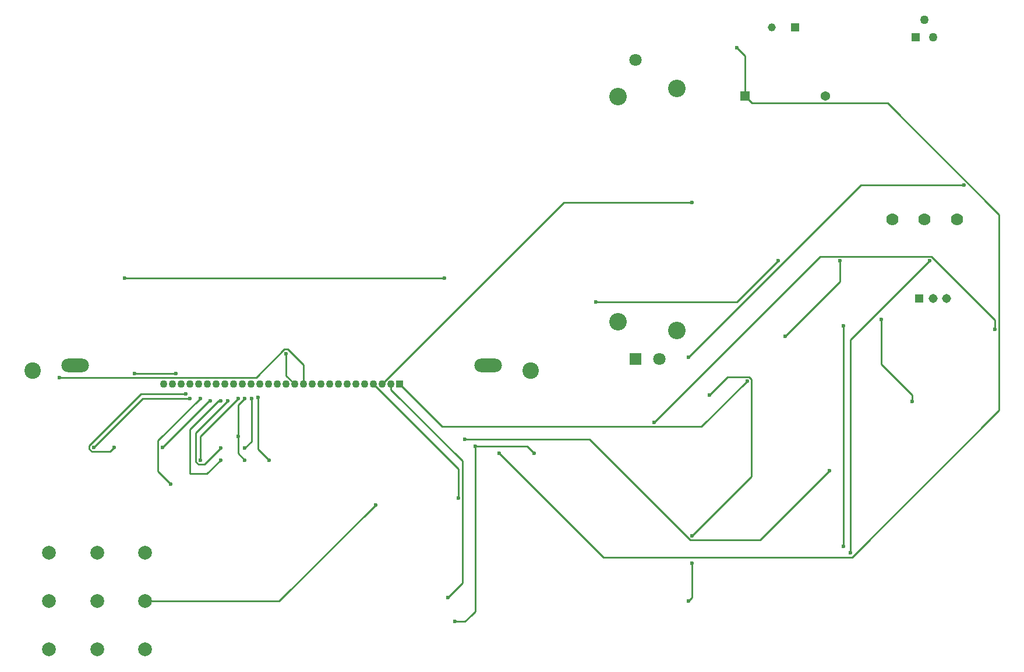
<source format=gbl>
%TF.GenerationSoftware,KiCad,Pcbnew,9.0.0*%
%TF.CreationDate,2025-04-13T23:06:23-05:00*%
%TF.ProjectId,temperature_sensor,74656d70-6572-4617-9475-72655f73656e,rev?*%
%TF.SameCoordinates,Original*%
%TF.FileFunction,Copper,L2,Bot*%
%TF.FilePolarity,Positive*%
%FSLAX46Y46*%
G04 Gerber Fmt 4.6, Leading zero omitted, Abs format (unit mm)*
G04 Created by KiCad (PCBNEW 9.0.0) date 2025-04-13 23:06:23*
%MOMM*%
%LPD*%
G01*
G04 APERTURE LIST*
%TA.AperFunction,ComponentPad*%
%ADD10C,2.400000*%
%TD*%
%TA.AperFunction,ComponentPad*%
%ADD11O,4.000000X2.000000*%
%TD*%
%TA.AperFunction,ComponentPad*%
%ADD12C,1.100000*%
%TD*%
%TA.AperFunction,ComponentPad*%
%ADD13R,1.100000X1.100000*%
%TD*%
%TA.AperFunction,ComponentPad*%
%ADD14C,2.000000*%
%TD*%
%TA.AperFunction,ComponentPad*%
%ADD15C,1.778000*%
%TD*%
%TA.AperFunction,ComponentPad*%
%ADD16R,1.800000X1.800000*%
%TD*%
%TA.AperFunction,ComponentPad*%
%ADD17C,1.800000*%
%TD*%
%TA.AperFunction,ComponentPad*%
%ADD18C,2.550000*%
%TD*%
%TA.AperFunction,ComponentPad*%
%ADD19R,1.371600X1.371600*%
%TD*%
%TA.AperFunction,ComponentPad*%
%ADD20C,1.371600*%
%TD*%
%TA.AperFunction,ComponentPad*%
%ADD21R,1.308000X1.308000*%
%TD*%
%TA.AperFunction,ComponentPad*%
%ADD22C,1.308000*%
%TD*%
%TA.AperFunction,ComponentPad*%
%ADD23R,1.158000X1.158000*%
%TD*%
%TA.AperFunction,ComponentPad*%
%ADD24C,1.158000*%
%TD*%
%TA.AperFunction,ComponentPad*%
%ADD25R,1.270000X1.270000*%
%TD*%
%TA.AperFunction,ComponentPad*%
%ADD26C,1.270000*%
%TD*%
%TA.AperFunction,ViaPad*%
%ADD27C,0.600000*%
%TD*%
%TA.AperFunction,Conductor*%
%ADD28C,0.250000*%
%TD*%
G04 APERTURE END LIST*
D10*
%TO.P,DS1,S2*%
%TO.N,N/C*%
X119048300Y-78497000D03*
%TO.P,DS1,S1*%
X46648300Y-78497000D03*
D11*
%TO.P,DS1,K,K*%
%TO.N,Net-(U1-COLLECTOR)*%
X112848300Y-77707000D03*
%TO.P,DS1,A,A*%
%TO.N,Net-(DS1-C86)*%
X52848300Y-77707000D03*
D12*
%TO.P,DS1,28,P/S*%
%TO.N,GND*%
X65703300Y-80447000D03*
%TO.P,DS1,27,C86*%
%TO.N,Net-(DS1-C86)*%
X66973300Y-80447000D03*
%TO.P,DS1,26,V0*%
%TO.N,Net-(DS1-V0)*%
X68243300Y-80447000D03*
%TO.P,DS1,25,V1*%
%TO.N,Net-(DS1-V1)*%
X69513300Y-80447000D03*
%TO.P,DS1,24,V2*%
%TO.N,Net-(DS1-V2)*%
X70783300Y-80447000D03*
%TO.P,DS1,23,V3*%
%TO.N,Net-(DS1-V3)*%
X72053300Y-80447000D03*
%TO.P,DS1,22,V4*%
%TO.N,Net-(DS1-V4)*%
X73323300Y-80447000D03*
%TO.P,DS1,21,CAP2N*%
%TO.N,Net-(DS1-CAP2N)*%
X74593300Y-80447000D03*
%TO.P,DS1,20,CAP2P*%
%TO.N,Net-(DS1-CAP2P)*%
X75863300Y-80447000D03*
%TO.P,DS1,19,CAP1P*%
%TO.N,Net-(DS1-CAP1P)*%
X77133300Y-80447000D03*
%TO.P,DS1,18,CAP1N*%
%TO.N,Net-(DS1-CAP1N)*%
X78403300Y-80447000D03*
%TO.P,DS1,17,CAP3P*%
%TO.N,Net-(DS1-CAP3P)*%
X79673300Y-80447000D03*
%TO.P,DS1,16,VOUT*%
%TO.N,Net-(DS1-VOUT)*%
X80943300Y-80447000D03*
%TO.P,DS1,15,VSS*%
%TO.N,GND*%
X82213300Y-80447000D03*
%TO.P,DS1,14,VDD*%
%TO.N,Net-(DS1-C86)*%
X83483300Y-80447000D03*
%TO.P,DS1,13,DB7*%
%TO.N,Net-(DS1-DB7)*%
X84753300Y-80447000D03*
%TO.P,DS1,12,DB6*%
%TO.N,Net-(DS1-DB6)*%
X86023300Y-80447000D03*
%TO.P,DS1,11,DB5*%
%TO.N,unconnected-(DS1-DB5-Pad11)*%
X87293300Y-80447000D03*
%TO.P,DS1,10,DB4*%
%TO.N,unconnected-(DS1-DB4-Pad10)*%
X88563300Y-80447000D03*
%TO.P,DS1,9,DB3*%
%TO.N,unconnected-(DS1-DB3-Pad9)*%
X89833300Y-80447000D03*
%TO.P,DS1,8,DB2*%
%TO.N,unconnected-(DS1-DB2-Pad8)*%
X91103300Y-80447000D03*
%TO.P,DS1,7,DB1*%
%TO.N,unconnected-(DS1-DB1-Pad7)*%
X92373300Y-80447000D03*
%TO.P,DS1,6,DB0*%
%TO.N,unconnected-(DS1-DB0-Pad6)*%
X93643300Y-80447000D03*
%TO.P,DS1,5,~{RD}/E*%
%TO.N,Net-(DS1-C86)*%
X94913300Y-80447000D03*
%TO.P,DS1,4,~{WR}/R/W*%
%TO.N,Net-(DS1-~{WR}{slash}R{slash}W)*%
X96183300Y-80447000D03*
%TO.P,DS1,3,A0*%
%TO.N,Net-(DS1-A0)*%
X97453300Y-80447000D03*
%TO.P,DS1,2,~{RES}*%
%TO.N,Net-(DS1-~{RES})*%
X98723300Y-80447000D03*
D13*
%TO.P,DS1,1,~{CS1}*%
%TO.N,Net-(DS1-~{CS1})*%
X99993300Y-80447000D03*
%TD*%
D14*
%TO.P,TP7,1,1*%
%TO.N,Net-(DS1-DB7)*%
X49000000Y-119000000D03*
%TD*%
%TO.P,TP6,1,1*%
%TO.N,Net-(DS1-DB6)*%
X56000000Y-119000000D03*
%TD*%
%TO.P,TP2,1,1*%
%TO.N,/bc2*%
X63000000Y-119000000D03*
%TD*%
%TO.P,TP5,1,1*%
%TO.N,Net-(U1-COLLECTOR)*%
X63000000Y-112000000D03*
%TD*%
%TO.P,TP4,1,1*%
%TO.N,Net-(U1-BASE)*%
X56000000Y-112000000D03*
%TD*%
D15*
%TO.P,SW1,1,1*%
%TO.N,/bc1*%
X171599999Y-56500000D03*
%TO.P,SW1,2,2*%
%TO.N,Net-(U3-PA5_A9_D9_MISO)*%
X176300000Y-56500000D03*
%TO.P,SW1,3,3*%
%TO.N,/bc2*%
X181000000Y-56500000D03*
%TD*%
D14*
%TO.P,TP3,1,1*%
%TO.N,/bc1*%
X63000000Y-105000000D03*
%TD*%
%TO.P,TP9,1,1*%
%TO.N,Net-(DS1-C86)*%
X49000000Y-105000000D03*
%TD*%
%TO.P,TP1,1,1*%
%TO.N,GND*%
X49000000Y-112000000D03*
%TD*%
D16*
%TO.P,R1,1*%
%TO.N,GND*%
X134250000Y-76750000D03*
D17*
%TO.P,R1,2*%
%TO.N,/bc2*%
X137750000Y-76750000D03*
%TO.P,R1,3*%
%TO.N,Net-(DS1-C86)*%
X134250000Y-33250000D03*
D18*
%TO.P,R1,SH1,SHIELD*%
%TO.N,GND*%
X131750000Y-71400000D03*
%TO.P,R1,SH2,SHIELD__1*%
X140250000Y-72600000D03*
%TO.P,R1,SH3,SHIELD__2*%
X131750000Y-38600000D03*
%TO.P,R1,SH4,SHIELD__3*%
X140250000Y-37400000D03*
%TD*%
D19*
%TO.P,R3,1*%
%TO.N,/bc1*%
X150158000Y-38500000D03*
D20*
%TO.P,R3,2*%
%TO.N,GND*%
X161842000Y-38500000D03*
%TD*%
D14*
%TO.P,TP8,1,1*%
%TO.N,Net-(U3-PA7_A8_D8_SCK)*%
X56000000Y-105000000D03*
%TD*%
D21*
%TO.P,S1,1,1*%
%TO.N,Net-(DS1-C86)*%
X175500000Y-68000000D03*
D22*
%TO.P,S1,2,2*%
%TO.N,Net-(U3-PA7_A8_D8_SCK)*%
X177500000Y-68000000D03*
%TO.P,S1,3,3*%
%TO.N,GND*%
X179500000Y-68000000D03*
%TD*%
D23*
%TO.P,R2,1*%
%TO.N,Net-(DS1-C86)*%
X157500000Y-28500000D03*
D24*
%TO.P,R2,2*%
%TO.N,/bc1*%
X154100000Y-28500000D03*
%TD*%
D25*
%TO.P,U5,1,+VS*%
%TO.N,Net-(DS1-C86)*%
X175000000Y-30000000D03*
D26*
%TO.P,U5,2,VOUT*%
%TO.N,Net-(U3-PA4_A1_D1)*%
X176270000Y-27460000D03*
%TO.P,U5,3,GND*%
%TO.N,GND*%
X177540000Y-30000000D03*
%TD*%
D27*
%TO.N,Net-(U1-BASE)*%
X119500000Y-90500000D03*
%TO.N,Net-(DS1-V0)*%
X61500000Y-78875000D03*
X67500000Y-78875000D03*
%TO.N,Net-(DS1-V1)*%
X58500000Y-89637500D03*
X68934313Y-81875000D03*
%TO.N,Net-(DS1-V2)*%
X69500000Y-82500000D03*
X55500000Y-89637500D03*
%TO.N,Net-(DS1-V3)*%
X66725000Y-95000000D03*
X71000000Y-82500000D03*
%TO.N,Net-(DS1-V4)*%
X65500000Y-89637500D03*
X72500000Y-82875000D03*
%TO.N,Net-(DS1-CAP2N)*%
X74000000Y-91500000D03*
X74000000Y-82875000D03*
%TO.N,Net-(DS1-CAP2P)*%
X74000000Y-89775000D03*
X75000000Y-82875000D03*
%TO.N,Net-(DS1-CAP1P)*%
X71000000Y-91500000D03*
X76500000Y-82500000D03*
%TO.N,Net-(DS1-CAP1N)*%
X76500000Y-88000000D03*
X77500000Y-91500000D03*
X77500000Y-82500000D03*
%TO.N,Net-(DS1-CAP3P)*%
X78500000Y-82500000D03*
X77500000Y-89775000D03*
%TO.N,Net-(DS1-VOUT)*%
X81000000Y-91500000D03*
X79388208Y-82388208D03*
%TO.N,Net-(DS1-A0)*%
X142500000Y-54000000D03*
X164000000Y-62500000D03*
X156000000Y-73500000D03*
%TO.N,Net-(DS1-~{RES})*%
X107000000Y-111500000D03*
%TO.N,Net-(DS1-DB7)*%
X162500000Y-93000000D03*
X109500000Y-88500000D03*
%TO.N,Net-(DS1-DB6)*%
X174500000Y-83000000D03*
X170000000Y-71000000D03*
X155000000Y-62500000D03*
X128500000Y-68500000D03*
X50500000Y-79500000D03*
%TO.N,Net-(DS1-DB7)*%
X83500000Y-76000000D03*
%TO.N,/bc2*%
X145000000Y-82000000D03*
X142500000Y-106500000D03*
X142000000Y-112000000D03*
X142500000Y-102500000D03*
%TO.N,Net-(U1-COLLECTOR)*%
X96500000Y-98000000D03*
%TO.N,Net-(U1-BASE)*%
X108000000Y-115000000D03*
X111000000Y-89500000D03*
%TO.N,/bc1*%
X114500000Y-90500000D03*
%TO.N,/bc2*%
X142000000Y-76500000D03*
X182000000Y-51500000D03*
%TO.N,Net-(DS1-~{CS1})*%
X150500000Y-80000000D03*
%TO.N,Net-(U3-PA02_A0_D0)*%
X137000000Y-86000000D03*
X186500000Y-72500000D03*
%TO.N,Net-(U3-PA7_A8_D8_SCK)*%
X164500000Y-104000000D03*
X164500000Y-71975000D03*
%TO.N,Net-(DS1-~{WR}{slash}R{slash}W)*%
X108500000Y-97000000D03*
%TO.N,Net-(U3-PA5_A9_D9_MISO)*%
X177000000Y-62500000D03*
X165500000Y-105000000D03*
%TO.N,/bc1*%
X149000000Y-31500000D03*
%TO.N,*%
X106500000Y-65000000D03*
X60000000Y-65000000D03*
%TD*%
D28*
%TO.N,Net-(U1-BASE)*%
X118500000Y-89500000D02*
X111000000Y-89500000D01*
X119500000Y-90500000D02*
X118500000Y-89500000D01*
%TO.N,Net-(DS1-V0)*%
X67500000Y-78875000D02*
X61500000Y-78875000D01*
%TO.N,Net-(DS1-V1)*%
X57874000Y-90263500D02*
X58500000Y-89637500D01*
X55240702Y-90263500D02*
X57874000Y-90263500D01*
X54874000Y-89896798D02*
X55240702Y-90263500D01*
X54874000Y-89378202D02*
X54874000Y-89896798D01*
X62377202Y-81875000D02*
X54874000Y-89378202D01*
X68934313Y-81875000D02*
X62377202Y-81875000D01*
%TO.N,Net-(DS1-V2)*%
X62637500Y-82500000D02*
X55500000Y-89637500D01*
X69500000Y-82500000D02*
X62637500Y-82500000D01*
%TO.N,Net-(DS1-V3)*%
X64874000Y-88626000D02*
X64874000Y-93149000D01*
X71000000Y-82500000D02*
X64874000Y-88626000D01*
X64874000Y-93149000D02*
X66725000Y-95000000D01*
%TO.N,Net-(DS1-V4)*%
X72262500Y-82875000D02*
X65500000Y-89637500D01*
X72500000Y-82875000D02*
X72262500Y-82875000D01*
%TO.N,Net-(DS1-CAP2N)*%
X69500000Y-93500000D02*
X72000000Y-93500000D01*
X69500000Y-87000000D02*
X69500000Y-93500000D01*
X72000000Y-93500000D02*
X74000000Y-91500000D01*
X73625000Y-82875000D02*
X69500000Y-87000000D01*
X74000000Y-82875000D02*
X73625000Y-82875000D01*
%TO.N,Net-(DS1-CAP2P)*%
X71649000Y-92126000D02*
X74000000Y-89775000D01*
X70740702Y-92126000D02*
X71649000Y-92126000D01*
X70374000Y-87501000D02*
X70374000Y-91759298D01*
X70374000Y-91759298D02*
X70740702Y-92126000D01*
X75000000Y-82875000D02*
X70374000Y-87501000D01*
%TO.N,Net-(DS1-CAP1P)*%
X71000000Y-88000000D02*
X71000000Y-91500000D01*
X76500000Y-82500000D02*
X71000000Y-88000000D01*
%TO.N,Net-(DS1-CAP1N)*%
X76500000Y-88000000D02*
X76500000Y-90500000D01*
X76500000Y-90500000D02*
X77500000Y-91500000D01*
X76500000Y-83500000D02*
X76500000Y-88000000D01*
X77500000Y-82500000D02*
X76500000Y-83500000D01*
%TO.N,Net-(DS1-CAP3P)*%
X78500000Y-82500000D02*
X78500000Y-88775000D01*
X78500000Y-88775000D02*
X77500000Y-89775000D01*
%TO.N,Net-(DS1-VOUT)*%
X79388208Y-82388208D02*
X79388208Y-89888208D01*
X79388208Y-89888208D02*
X81000000Y-91500000D01*
%TO.N,Net-(DS1-A0)*%
X142500000Y-54000000D02*
X123900300Y-54000000D01*
X164000000Y-65500000D02*
X164000000Y-62500000D01*
X123900300Y-54000000D02*
X97453300Y-80447000D01*
X156000000Y-73500000D02*
X164000000Y-65500000D01*
%TO.N,Net-(DS1-~{RES})*%
X109126000Y-109374000D02*
X109126000Y-91627517D01*
X107000000Y-111500000D02*
X109126000Y-109374000D01*
X98723300Y-81224817D02*
X98723300Y-80447000D01*
X109126000Y-91627517D02*
X98723300Y-81224817D01*
%TO.N,Net-(DS1-DB7)*%
X152374000Y-103126000D02*
X162500000Y-93000000D01*
X127614702Y-88500000D02*
X142240702Y-103126000D01*
X109500000Y-88500000D02*
X127614702Y-88500000D01*
X142240702Y-103126000D02*
X152374000Y-103126000D01*
%TO.N,Net-(DS1-DB6)*%
X170000000Y-77500000D02*
X174500000Y-82000000D01*
X174500000Y-82000000D02*
X174500000Y-83000000D01*
X170000000Y-73500000D02*
X170000000Y-77500000D01*
X170000000Y-71000000D02*
X170000000Y-73500000D01*
X149000000Y-68500000D02*
X155000000Y-62500000D01*
X128500000Y-68500000D02*
X149000000Y-68500000D01*
X86023300Y-77638002D02*
X86023300Y-80447000D01*
X83240702Y-75374000D02*
X83759298Y-75374000D01*
X79114702Y-79500000D02*
X83240702Y-75374000D01*
X50500000Y-79500000D02*
X79114702Y-79500000D01*
X83759298Y-75374000D02*
X86023300Y-77638002D01*
%TO.N,Net-(DS1-DB7)*%
X83500000Y-76000000D02*
X83500000Y-79193700D01*
X83500000Y-79193700D02*
X84753300Y-80447000D01*
%TO.N,/bc2*%
X147626000Y-79374000D02*
X145000000Y-82000000D01*
X150759298Y-79374000D02*
X147626000Y-79374000D01*
X151126000Y-79740702D02*
X150759298Y-79374000D01*
X151126000Y-93874000D02*
X151126000Y-79740702D01*
X142500000Y-102500000D02*
X151126000Y-93874000D01*
X142500000Y-111500000D02*
X142500000Y-106500000D01*
X142000000Y-112000000D02*
X142500000Y-111500000D01*
%TO.N,Net-(U1-COLLECTOR)*%
X82500000Y-112000000D02*
X63000000Y-112000000D01*
X96500000Y-98000000D02*
X82500000Y-112000000D01*
%TO.N,Net-(U1-BASE)*%
X109500000Y-115000000D02*
X108000000Y-115000000D01*
X111000000Y-113500000D02*
X110500000Y-114000000D01*
X110500000Y-114000000D02*
X109500000Y-115000000D01*
X111000000Y-89500000D02*
X111000000Y-113500000D01*
%TO.N,/bc1*%
X151169800Y-39511800D02*
X150158000Y-38500000D01*
X170897098Y-39511800D02*
X151169800Y-39511800D01*
X187126000Y-55740702D02*
X170897098Y-39511800D01*
X187126000Y-84259298D02*
X187126000Y-55740702D01*
X165759298Y-105626000D02*
X187126000Y-84259298D01*
X129626000Y-105626000D02*
X165759298Y-105626000D01*
X114500000Y-90500000D02*
X129626000Y-105626000D01*
%TO.N,/bc2*%
X167000000Y-51500000D02*
X182000000Y-51500000D01*
X142000000Y-76500000D02*
X167000000Y-51500000D01*
%TO.N,Net-(DS1-~{CS1})*%
X150500000Y-80000000D02*
X143874000Y-86626000D01*
X106172300Y-86626000D02*
X99993300Y-80447000D01*
X143874000Y-86626000D02*
X106172300Y-86626000D01*
%TO.N,Net-(U3-PA02_A0_D0)*%
X161126000Y-61874000D02*
X137000000Y-86000000D01*
X186500000Y-71114702D02*
X177259298Y-61874000D01*
X186500000Y-72500000D02*
X186500000Y-71114702D01*
X177259298Y-61874000D02*
X161126000Y-61874000D01*
%TO.N,Net-(U3-PA7_A8_D8_SCK)*%
X164500000Y-71975000D02*
X164500000Y-104000000D01*
%TO.N,Net-(DS1-~{WR}{slash}R{slash}W)*%
X108500000Y-97000000D02*
X108500000Y-92763700D01*
X108500000Y-92763700D02*
X96183300Y-80447000D01*
%TO.N,Net-(U3-PA5_A9_D9_MISO)*%
X165500000Y-74000000D02*
X165500000Y-105000000D01*
X177000000Y-62500000D02*
X165500000Y-74000000D01*
%TO.N,/bc1*%
X149000000Y-31500000D02*
X150158000Y-32658000D01*
X150158000Y-32658000D02*
X150158000Y-38500000D01*
%TO.N,*%
X60000000Y-65000000D02*
X106500000Y-65000000D01*
%TD*%
M02*

</source>
